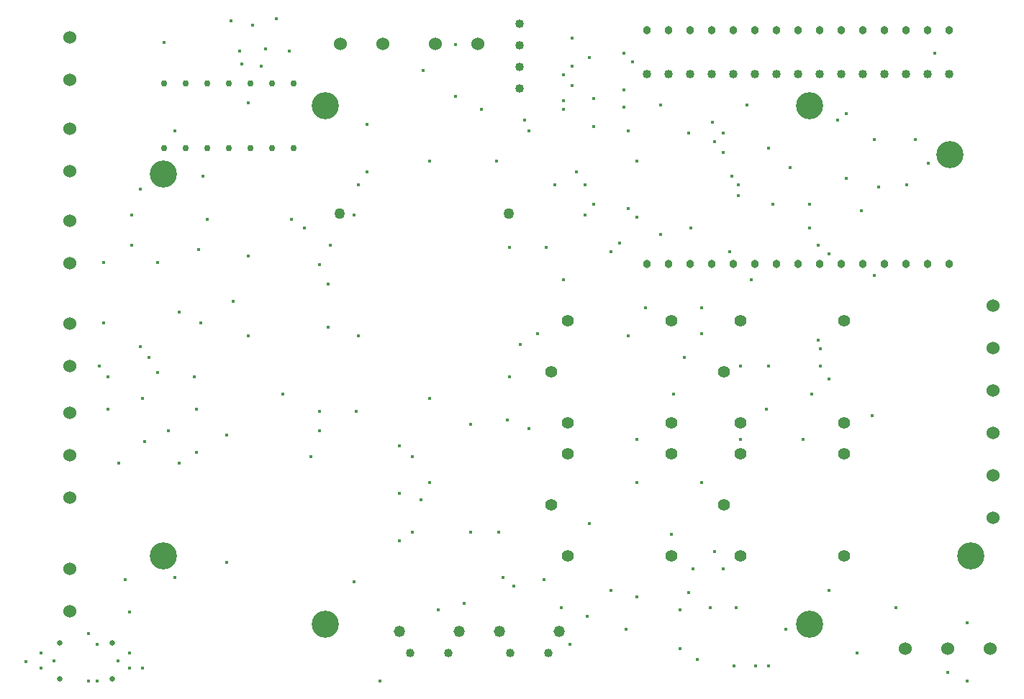
<source format=gbr>
G04 PROTEUS GERBER X2 FILE*
%TF.GenerationSoftware,Labcenter,Proteus,8.11-SP0-Build30052*%
%TF.CreationDate,2021-11-08T23:16:57+00:00*%
%TF.FileFunction,Plated,1,2,PTH*%
%TF.FilePolarity,Positive*%
%TF.Part,Single*%
%TF.SameCoordinates,{af5e3d67-cc9f-4e8b-9fcc-2bf036155207}*%
%FSLAX45Y45*%
%MOMM*%
G01*
%TA.AperFunction,ViaDrill*%
%ADD182C,0.381000*%
%TA.AperFunction,ComponentDrill*%
%ADD183C,0.965200*%
%TA.AperFunction,ComponentDrill*%
%ADD184C,1.016000*%
%TA.AperFunction,ComponentDrill*%
%ADD185C,1.524000*%
%TA.AperFunction,ComponentDrill*%
%ADD186C,1.400000*%
%TA.AperFunction,ComponentDrill*%
%ADD187C,0.762000*%
%TA.AperFunction,ComponentDrill*%
%ADD188C,1.270000*%
%TA.AperFunction,ComponentDrill*%
%ADD189C,1.010000*%
%ADD190C,1.320000*%
%TA.AperFunction,MechanicalDrill*%
%ADD191C,3.200000*%
%TA.AperFunction,ComponentDrill*%
%ADD192C,0.635000*%
%ADD193C,0.381000*%
%TD.AperFunction*%
D182*
X+1955800Y+4445000D03*
X+1524000Y+3429000D03*
X+2133600Y+3683000D03*
X+1549400Y+2921000D03*
X+2184400Y+5181600D03*
X+1600200Y+3911600D03*
X+3429000Y+5435600D03*
X+3251200Y+7518400D03*
X+3175000Y+3479800D03*
X+2971800Y+7543800D03*
X+1701800Y+3733800D03*
X+2667000Y+7518400D03*
X+5003800Y+939800D03*
X+5384800Y+3124200D03*
X+5384800Y+1854200D03*
X+7035800Y+1168400D03*
X+6781800Y+1955800D03*
X+6172200Y+4191000D03*
X+10109200Y+3225800D03*
X+9601200Y+3657600D03*
X+9601200Y+1168400D03*
X+6756400Y+863600D03*
X+5765800Y+1320800D03*
X+6553200Y+533400D03*
X+7950200Y+1143000D03*
X+7340600Y+5562600D03*
X+7340600Y+6223000D03*
X+6451600Y+965200D03*
X+7442200Y+4495800D03*
X+8102600Y+4495800D03*
X+9601200Y+5130800D03*
X+9804400Y+6781800D03*
X+9804400Y+6019800D03*
X+889000Y+101600D03*
X+889000Y+660400D03*
X+152400Y+330200D03*
X+990600Y+101600D03*
X+990600Y+533400D03*
X+2235200Y+6045200D03*
X+1828800Y+3048000D03*
X+2514600Y+2997200D03*
X+2514600Y+1498600D03*
X+2768600Y+5105400D03*
X+4064000Y+4165600D03*
X+3733800Y+5232400D03*
X+2768600Y+4165600D03*
X+4699000Y+1854200D03*
X+4699000Y+2743200D03*
X+2590800Y+4572000D03*
X+7975600Y+5435600D03*
X+7950200Y+6553200D03*
X+1498600Y+4038600D03*
X+1905000Y+1320800D03*
X+5842000Y+5207000D03*
X+7340600Y+1092200D03*
X+1117600Y+3302000D03*
X+5842000Y+3683000D03*
X+7340600Y+2438400D03*
X+8102600Y+2438400D03*
X+6273800Y+5207000D03*
X+1117600Y+3683000D03*
X+6477000Y+7239000D03*
X+1955800Y+2667000D03*
X+5816600Y+3175000D03*
X+8204200Y+965200D03*
X+1244600Y+2667000D03*
X+8636000Y+6883400D03*
X+7620000Y+6883400D03*
X+7620000Y+5359400D03*
X+4013200Y+5588000D03*
X+8890000Y+6375400D03*
X+9144000Y+6146800D03*
X+6832600Y+6629400D03*
X+7035800Y+5156200D03*
X+8432800Y+5156200D03*
X+9474200Y+5232400D03*
X+7188200Y+6858000D03*
X+7137400Y+5257800D03*
X+7239000Y+4165600D03*
X+8102600Y+4191000D03*
X+8051800Y+355600D03*
X+8229600Y+6680200D03*
X+2921000Y+7340600D03*
X+2565400Y+7874000D03*
X+6477000Y+6934200D03*
X+6375400Y+5943600D03*
X+4064000Y+5943600D03*
X+8001000Y+1422400D03*
X+8356600Y+1422400D03*
X+9499600Y+3810000D03*
X+9499600Y+4013200D03*
X+7239000Y+6578600D03*
X+7239000Y+5664200D03*
X+9982200Y+5638800D03*
X+1066800Y+4318000D03*
X+1016000Y+3810000D03*
X+7899400Y+3911600D03*
X+7213600Y+711200D03*
X+330200Y+254000D03*
X+1371600Y+254000D03*
X+1371600Y+914400D03*
X+4038600Y+3276600D03*
X+6781800Y+7442200D03*
X+5207000Y+7594600D03*
X+8458200Y+6045200D03*
X+1701800Y+5029200D03*
X+1066800Y+5029200D03*
X+4546600Y+2870200D03*
X+3606800Y+3276600D03*
X+4546600Y+2311400D03*
X+1320800Y+1295400D03*
X+1524000Y+254000D03*
X+4546600Y+1752600D03*
X+2286000Y+5537200D03*
X+3505200Y+2743200D03*
X+3708400Y+4267200D03*
X+1371600Y+431800D03*
X+10515600Y+5943600D03*
X+3276600Y+5537200D03*
X+330200Y+431800D03*
X+3606800Y+3048000D03*
X+2159000Y+2794000D03*
X+2159000Y+3302000D03*
X+3708400Y+4775200D03*
X+2209800Y+4318000D03*
X+3606800Y+5003800D03*
X+8534400Y+5943600D03*
X+8534400Y+5816600D03*
X+8356600Y+6324600D03*
X+8940800Y+5715000D03*
X+4902200Y+2438400D03*
X+8890000Y+279400D03*
X+5892800Y+1219200D03*
X+6248400Y+1295400D03*
X+7848600Y+482600D03*
X+10998200Y+203200D03*
X+7848600Y+939800D03*
X+4826000Y+7289800D03*
X+7772400Y+3479800D03*
X+10134600Y+4876800D03*
X+4800600Y+2235200D03*
X+10388600Y+965200D03*
X+9296400Y+2946400D03*
X+8890000Y+3810000D03*
X+8559800Y+3810000D03*
X+5969000Y+4064000D03*
X+6070600Y+6578600D03*
X+9398000Y+3479800D03*
X+8864600Y+3302000D03*
X+6019800Y+6705600D03*
X+6477000Y+6832600D03*
X+6477000Y+4826000D03*
X+8686800Y+4826000D03*
X+9474200Y+4114800D03*
X+7340600Y+2946400D03*
X+8559800Y+2946400D03*
X+6578600Y+7112000D03*
X+6731000Y+5588000D03*
X+5511800Y+6832600D03*
X+9093200Y+711200D03*
X+8737600Y+279400D03*
X+8483600Y+279400D03*
X+3098800Y+7899400D03*
X+6578600Y+7340600D03*
X+6578600Y+7670800D03*
X+1905000Y+6578600D03*
X+9702800Y+6705600D03*
X+7289800Y+7391400D03*
X+7188200Y+7061200D03*
X+6832600Y+6959600D03*
X+8356600Y+6553200D03*
X+10617200Y+6477000D03*
X+10134600Y+6477000D03*
X+2819400Y+7823200D03*
X+7188200Y+7493000D03*
X+6629400Y+6096000D03*
X+4165600Y+6096000D03*
X+10845800Y+7493000D03*
X+2692400Y+7366000D03*
X+4902200Y+6223000D03*
X+10769600Y+6197600D03*
X+10185400Y+5918200D03*
X+6832600Y+5715000D03*
X+8255000Y+6451600D03*
X+4902200Y+3429000D03*
X+1778000Y+7620000D03*
X+9372600Y+5435600D03*
X+5308600Y+1016000D03*
X+6070600Y+3073400D03*
X+5689600Y+6223000D03*
X+6731000Y+5943600D03*
X+9372600Y+5715000D03*
X+1397000Y+5588000D03*
X+1397000Y+5232400D03*
X+5715000Y+1854200D03*
X+5207000Y+6985000D03*
X+4165600Y+6654800D03*
X+2768600Y+6908800D03*
X+1498600Y+5892800D03*
X+7747000Y+1828800D03*
X+8255000Y+1625600D03*
X+4013200Y+1270000D03*
X+4318000Y+101600D03*
X+11226800Y+101600D03*
X+11226800Y+787400D03*
X+8509000Y+965200D03*
X+9931400Y+431800D03*
D183*
X+11010000Y+7760000D03*
X+10756000Y+7760000D03*
X+10502000Y+7760000D03*
X+10248000Y+7760000D03*
X+9994000Y+7760000D03*
X+9740000Y+7760000D03*
X+9486000Y+7760000D03*
X+9232000Y+7760000D03*
X+8978000Y+7760000D03*
X+8724000Y+7760000D03*
X+8470000Y+7760000D03*
X+8216000Y+7760000D03*
X+7962000Y+7760000D03*
X+7708000Y+7760000D03*
X+7454000Y+7760000D03*
X+7454000Y+5010000D03*
X+7708000Y+5010000D03*
X+7962000Y+5010000D03*
X+8216000Y+5010000D03*
X+8470000Y+5010000D03*
X+8724000Y+5010000D03*
X+8978000Y+5010000D03*
X+9232000Y+5010000D03*
X+9486000Y+5010000D03*
X+9740000Y+5010000D03*
X+9994000Y+5010000D03*
X+10248000Y+5010000D03*
X+10502000Y+5010000D03*
X+10756000Y+5010000D03*
X+11010000Y+5010000D03*
D184*
X+11014000Y+7240000D03*
X+10760000Y+7240000D03*
X+10506000Y+7240000D03*
X+10252000Y+7240000D03*
X+9998000Y+7240000D03*
X+9744000Y+7240000D03*
X+9490000Y+7240000D03*
X+9236000Y+7240000D03*
X+8982000Y+7240000D03*
X+8728000Y+7240000D03*
X+8474000Y+7240000D03*
X+8220000Y+7240000D03*
X+7966000Y+7240000D03*
X+7712000Y+7240000D03*
X+7458000Y+7240000D03*
X+5960000Y+7078000D03*
X+5960000Y+7332000D03*
X+5960000Y+7586000D03*
X+5960000Y+7840000D03*
D185*
X+670000Y+5019240D03*
X+670000Y+5519620D03*
X+670000Y+6099240D03*
X+670000Y+6599620D03*
X+670000Y+7179240D03*
X+670000Y+7679620D03*
X+11530000Y+4520380D03*
X+11530000Y+4020000D03*
X+11530000Y+3519620D03*
X+11530000Y+3019240D03*
X+11530000Y+2521400D03*
X+11530000Y+2021020D03*
D186*
X+8560000Y+3140000D03*
X+9780000Y+3140000D03*
X+9780000Y+4340000D03*
X+8560000Y+4340000D03*
X+8360000Y+3740000D03*
X+6530000Y+3140000D03*
X+7750000Y+3140000D03*
X+7750000Y+4340000D03*
X+6530000Y+4340000D03*
X+6330000Y+3740000D03*
X+6530000Y+1570000D03*
X+7750000Y+1570000D03*
X+7750000Y+2770000D03*
X+6530000Y+2770000D03*
X+6330000Y+2170000D03*
D187*
X+1776000Y+6368000D03*
X+2030000Y+6368000D03*
X+2284000Y+6368000D03*
X+2538000Y+6368000D03*
X+2792000Y+6368000D03*
X+3046000Y+6368000D03*
X+3300000Y+6368000D03*
X+3300000Y+7130000D03*
X+3046000Y+7130000D03*
X+2792000Y+7130000D03*
X+2538000Y+7130000D03*
X+2284000Y+7130000D03*
X+2030000Y+7130000D03*
X+1776000Y+7130000D03*
D188*
X+5830000Y+5600000D03*
X+3840000Y+5600000D03*
D185*
X+670000Y+919620D03*
X+670000Y+1420000D03*
D189*
X+4670000Y+430000D03*
X+5120000Y+430000D03*
D190*
X+4544000Y+679000D03*
X+5246000Y+679000D03*
D189*
X+5846000Y+431000D03*
X+6296000Y+431000D03*
D190*
X+5720000Y+680000D03*
X+6422000Y+680000D03*
D185*
X+4970000Y+7600000D03*
X+5470380Y+7600000D03*
X+3849620Y+7600000D03*
X+4350000Y+7600000D03*
D191*
X+11270000Y+1570000D03*
X+9370000Y+770000D03*
X+3670000Y+770000D03*
X+1770000Y+1570000D03*
X+1770000Y+6070000D03*
X+9370000Y+6870000D03*
X+3670000Y+6870000D03*
X+11020000Y+6300000D03*
D192*
X+550000Y+550000D03*
X+1170000Y+550000D03*
D193*
X+1235000Y+335000D03*
D192*
X+1170000Y+120000D03*
X+550000Y+120000D03*
D193*
X+485000Y+335000D03*
D185*
X+670000Y+3809620D03*
X+670000Y+4310000D03*
X+670000Y+2259620D03*
X+670000Y+2760000D03*
X+670000Y+3260380D03*
D186*
X+8560000Y+1570000D03*
X+9780000Y+1570000D03*
X+9780000Y+2770000D03*
X+8560000Y+2770000D03*
X+8360000Y+2170000D03*
D185*
X+11500380Y+480000D03*
X+11000000Y+480000D03*
X+10499620Y+480000D03*
M02*

</source>
